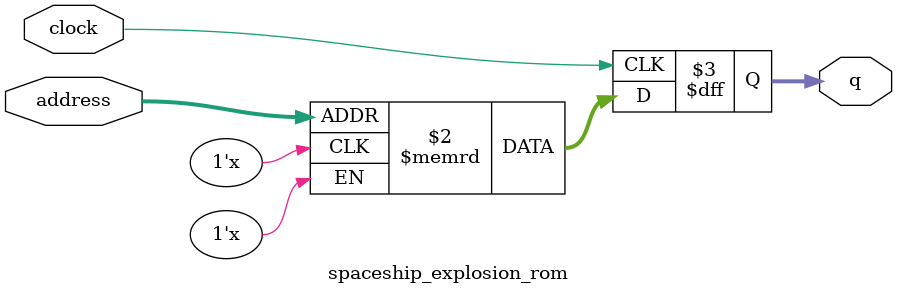
<source format=sv>
module spaceship_explosion_rom (
	input logic clock,
	input logic [8:0] address,
	output logic [3:0] q
);

logic [3:0] memory [0:483] /* synthesis ram_init_file = "./spaceship_explosion/spaceship_explosion.mif" */;

always_ff @ (posedge clock) begin
	q <= memory[address];
end

endmodule

</source>
